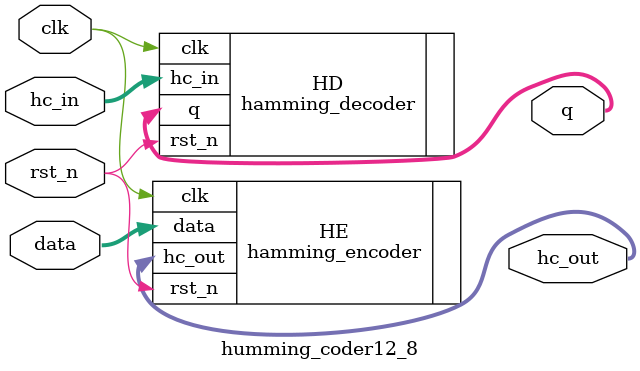
<source format=v>
`timescale 1ps / 1ps

module humming_coder12_8 (
    input  wire        clk, 
    input  wire        rst_n,
    input  wire [7:0]  data,
    input  wire [11:0] hc_in,
    output wire [7:0]  q,
    output wire [11:0] hc_out
);

    hamming_encoder HE(
        .clk    (clk),
        .rst_n  (rst_n),
        .data   (data),
        .hc_out (hc_out)
    );

    hamming_decoder HD(
        .clk   (clk),
        .rst_n (rst_n),
        .hc_in (hc_in),
        .q     (q)
    );

endmodule

</source>
